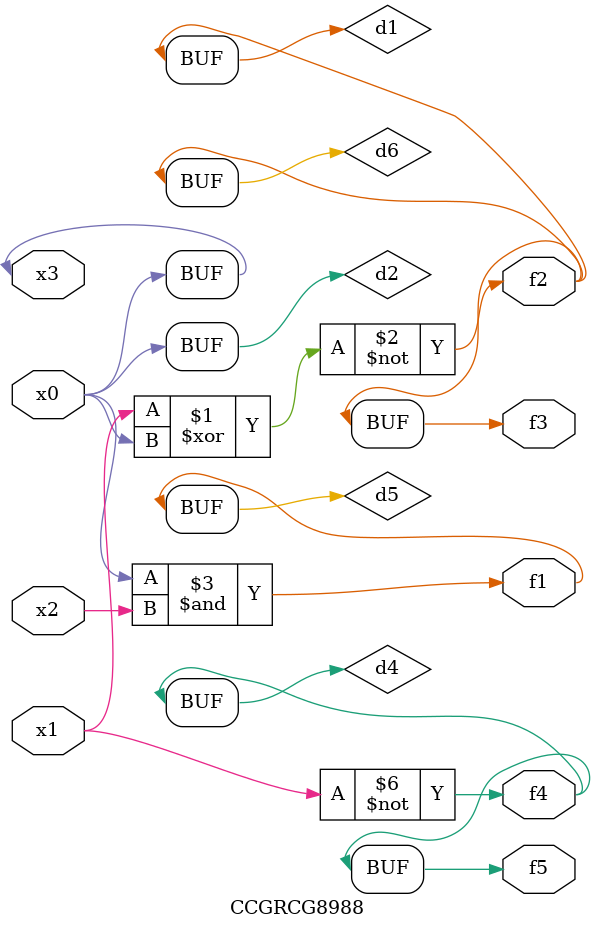
<source format=v>
module CCGRCG8988(
	input x0, x1, x2, x3,
	output f1, f2, f3, f4, f5
);

	wire d1, d2, d3, d4, d5, d6;

	xnor (d1, x1, x3);
	buf (d2, x0, x3);
	nand (d3, x0, x2);
	not (d4, x1);
	nand (d5, d3);
	or (d6, d1);
	assign f1 = d5;
	assign f2 = d6;
	assign f3 = d6;
	assign f4 = d4;
	assign f5 = d4;
endmodule

</source>
